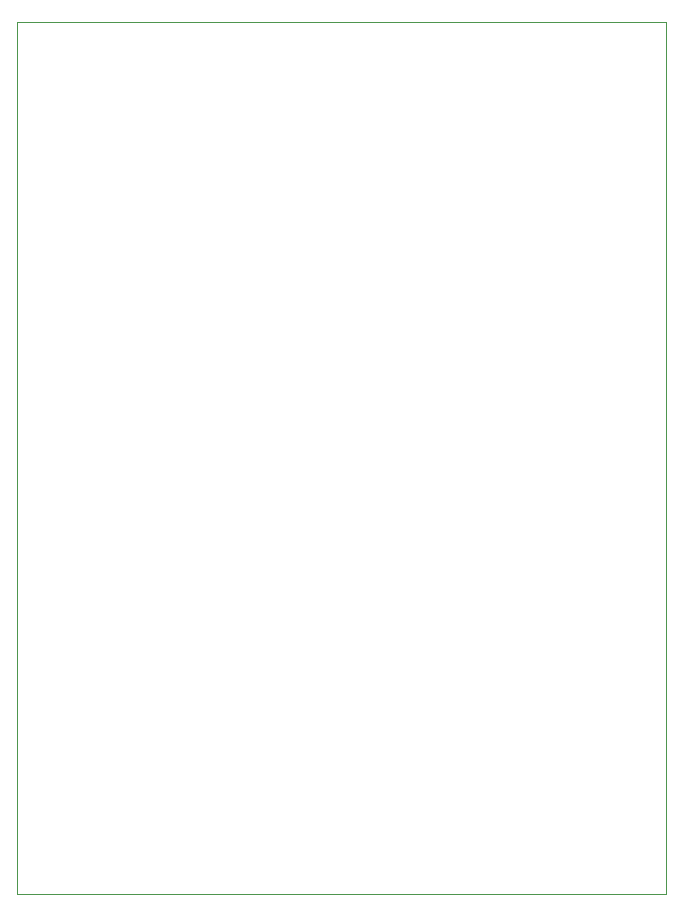
<source format=gm1>
%TF.GenerationSoftware,KiCad,Pcbnew,5.1.6-c6e7f7d~87~ubuntu20.04.1*%
%TF.CreationDate,2020-11-07T15:56:43+00:00*%
%TF.ProjectId,ssi2130_vco,73736932-3133-4305-9f76-636f2e6b6963,1.1*%
%TF.SameCoordinates,Original*%
%TF.FileFunction,Profile,NP*%
%FSLAX46Y46*%
G04 Gerber Fmt 4.6, Leading zero omitted, Abs format (unit mm)*
G04 Created by KiCad (PCBNEW 5.1.6-c6e7f7d~87~ubuntu20.04.1) date 2020-11-07 15:56:43*
%MOMM*%
%LPD*%
G01*
G04 APERTURE LIST*
%TA.AperFunction,Profile*%
%ADD10C,0.050000*%
%TD*%
G04 APERTURE END LIST*
D10*
X93400000Y-130000000D02*
X93400000Y-56200000D01*
X148400000Y-130000000D02*
X93400000Y-130000000D01*
X148400000Y-56200000D02*
X148400000Y-130000000D01*
X93400000Y-56200000D02*
X148400000Y-56200000D01*
M02*

</source>
